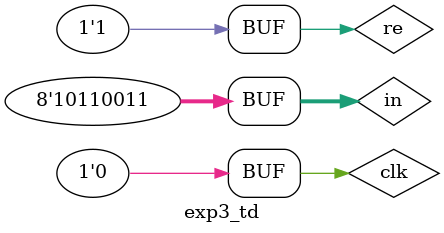
<source format=v>
`timescale 1 ns/1 ps
module register(
    input [7:0]in,
    input clk,
    input reset,
    output reg [7:0]out
);
always @(posedge clk) begin
    if (reset) begin
        out<=8'b00000000;
    end else begin
        out<={in[6:0],in[7]};
    end
end
endmodule // 

module exp3_td;
    reg[7:0] in;
    reg clk;
    reg re;
    wire[7:0] ou;
    register test(in,clk,re,ou);
    

    initial begin
        $dumpfile("exp3_td.vcd");
        $dumpvars(0,exp3_td);
        clk = 0;
        re = 0;
        in = 8'b10110011;
        #500 re = 1;
    end
    initial begin
        repeat(20)begin
            #50 clk=~clk;
        end
    end
    

endmodule 
</source>
